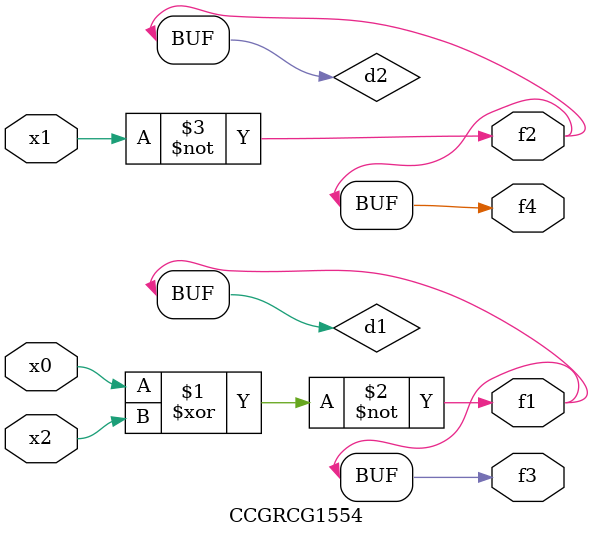
<source format=v>
module CCGRCG1554(
	input x0, x1, x2,
	output f1, f2, f3, f4
);

	wire d1, d2, d3;

	xnor (d1, x0, x2);
	nand (d2, x1);
	nor (d3, x1, x2);
	assign f1 = d1;
	assign f2 = d2;
	assign f3 = d1;
	assign f4 = d2;
endmodule

</source>
